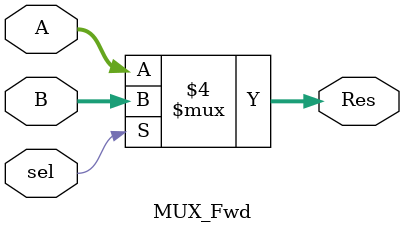
<source format=v>
`timescale 1ns / 1ps

module MUX_Fwd #(parameter N = 31)(
    input [N:0] A,
    input [N:0] B,
    input sel,
    output reg [N:0] Res
);

always @(A,B,sel) begin
    if(sel == 1) Res = B;
    else Res = A;
end

endmodule


</source>
